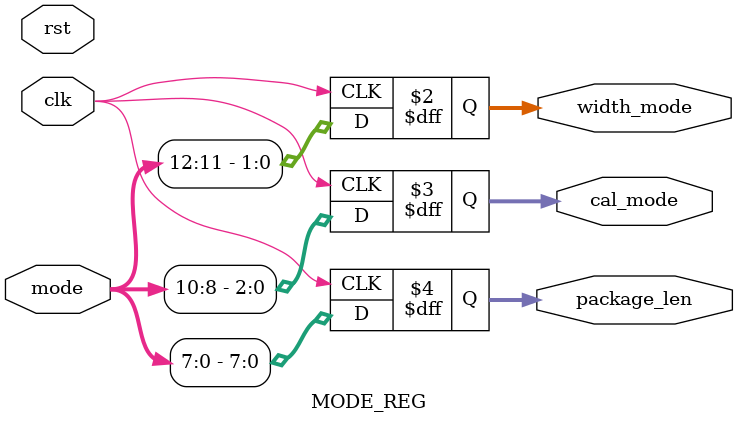
<source format=v>
`timescale 1ns / 1ps
module MODE_REG(
	input clk,
	input rst,
	input [15:0]mode,
	output reg[1:0]width_mode,
	output reg[2:0]cal_mode,
	output reg[7:0]package_len
    );

always @(posedge clk)
			begin
				width_mode<=mode[12:11];
				cal_mode<=mode[10:8];
				package_len<=mode[7:0];
			end
endmodule

</source>
